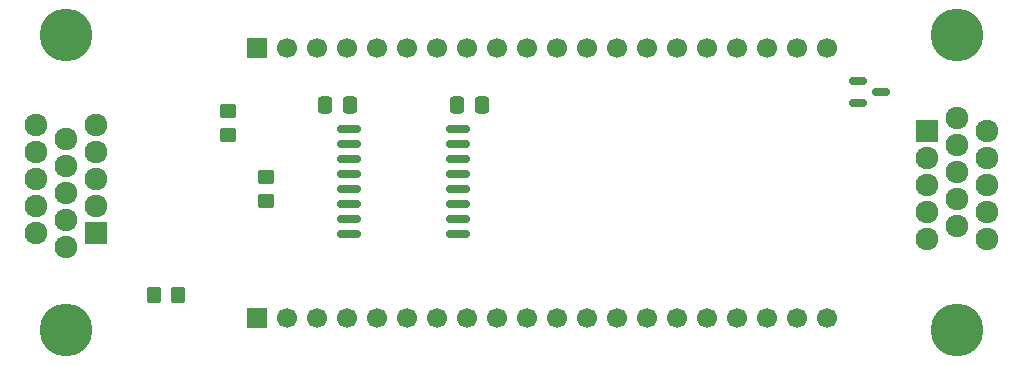
<source format=gts>
G04 #@! TF.GenerationSoftware,KiCad,Pcbnew,9.0.2-9.0.2-0~ubuntu22.04.1*
G04 #@! TF.CreationDate,2025-07-06T23:18:41+01:00*
G04 #@! TF.ProjectId,ggroohauga-bridge,6767726f-6f68-4617-9567-612d62726964,rev?*
G04 #@! TF.SameCoordinates,Original*
G04 #@! TF.FileFunction,Soldermask,Top*
G04 #@! TF.FilePolarity,Negative*
%FSLAX46Y46*%
G04 Gerber Fmt 4.6, Leading zero omitted, Abs format (unit mm)*
G04 Created by KiCad (PCBNEW 9.0.2-9.0.2-0~ubuntu22.04.1) date 2025-07-06 23:18:41*
%MOMM*%
%LPD*%
G01*
G04 APERTURE LIST*
G04 Aperture macros list*
%AMRoundRect*
0 Rectangle with rounded corners*
0 $1 Rounding radius*
0 $2 $3 $4 $5 $6 $7 $8 $9 X,Y pos of 4 corners*
0 Add a 4 corners polygon primitive as box body*
4,1,4,$2,$3,$4,$5,$6,$7,$8,$9,$2,$3,0*
0 Add four circle primitives for the rounded corners*
1,1,$1+$1,$2,$3*
1,1,$1+$1,$4,$5*
1,1,$1+$1,$6,$7*
1,1,$1+$1,$8,$9*
0 Add four rect primitives between the rounded corners*
20,1,$1+$1,$2,$3,$4,$5,0*
20,1,$1+$1,$4,$5,$6,$7,0*
20,1,$1+$1,$6,$7,$8,$9,0*
20,1,$1+$1,$8,$9,$2,$3,0*%
G04 Aperture macros list end*
%ADD10RoundRect,0.250000X0.350000X0.450000X-0.350000X0.450000X-0.350000X-0.450000X0.350000X-0.450000X0*%
%ADD11R,1.700000X1.700000*%
%ADD12C,1.700000*%
%ADD13RoundRect,0.150000X-0.587500X-0.150000X0.587500X-0.150000X0.587500X0.150000X-0.587500X0.150000X0*%
%ADD14RoundRect,0.150000X-0.875000X-0.150000X0.875000X-0.150000X0.875000X0.150000X-0.875000X0.150000X0*%
%ADD15RoundRect,0.250000X-0.337500X-0.475000X0.337500X-0.475000X0.337500X0.475000X-0.337500X0.475000X0*%
%ADD16RoundRect,0.250000X0.450000X-0.350000X0.450000X0.350000X-0.450000X0.350000X-0.450000X-0.350000X0*%
%ADD17RoundRect,0.250000X0.337500X0.475000X-0.337500X0.475000X-0.337500X-0.475000X0.337500X-0.475000X0*%
%ADD18C,4.470000*%
%ADD19RoundRect,0.102000X-0.862500X0.862500X-0.862500X-0.862500X0.862500X-0.862500X0.862500X0.862500X0*%
%ADD20C,1.929000*%
G04 APERTURE END LIST*
D10*
X74851600Y-75565000D03*
X72851600Y-75565000D03*
D11*
X81534000Y-54610000D03*
D12*
X84074000Y-54610000D03*
X86614000Y-54610000D03*
X89154000Y-54610000D03*
X91694000Y-54610000D03*
X94234000Y-54610000D03*
X96774000Y-54610000D03*
X99314000Y-54610000D03*
X101854000Y-54610000D03*
X104394000Y-54610000D03*
X106934000Y-54610000D03*
X109474000Y-54610000D03*
X112014000Y-54610000D03*
X114554000Y-54610000D03*
X117094000Y-54610000D03*
X119634000Y-54610000D03*
X122174000Y-54610000D03*
X124714000Y-54610000D03*
X127254000Y-54610000D03*
X129794000Y-54610000D03*
D13*
X132491000Y-57404000D03*
X132491000Y-59304000D03*
X134366000Y-58354000D03*
D14*
X89330000Y-61468000D03*
X89330000Y-62738000D03*
X89330000Y-64008000D03*
X89330000Y-65278000D03*
X89330000Y-66548000D03*
X89330000Y-67818000D03*
X89330000Y-69088000D03*
X89330000Y-70358000D03*
X98630000Y-70358000D03*
X98630000Y-69088000D03*
X98630000Y-67818000D03*
X98630000Y-66548000D03*
X98630000Y-65278000D03*
X98630000Y-64008000D03*
X98630000Y-62738000D03*
X98630000Y-61468000D03*
D11*
X81534000Y-77470000D03*
D12*
X84074000Y-77470000D03*
X86614000Y-77470000D03*
X89154000Y-77470000D03*
X91694000Y-77470000D03*
X94234000Y-77470000D03*
X96774000Y-77470000D03*
X99314000Y-77470000D03*
X101854000Y-77470000D03*
X104394000Y-77470000D03*
X106934000Y-77470000D03*
X109474000Y-77470000D03*
X112014000Y-77470000D03*
X114554000Y-77470000D03*
X117094000Y-77470000D03*
X119634000Y-77470000D03*
X122174000Y-77470000D03*
X124714000Y-77470000D03*
X127254000Y-77470000D03*
X129794000Y-77470000D03*
D15*
X98530500Y-59436000D03*
X100605500Y-59436000D03*
D16*
X82296000Y-67532000D03*
X82296000Y-65532000D03*
X79121000Y-61944000D03*
X79121000Y-59944000D03*
D17*
X89429500Y-59436000D03*
X87354500Y-59436000D03*
D18*
X65379600Y-53494200D03*
X65379600Y-78484200D03*
D19*
X67919600Y-70319200D03*
D20*
X67919600Y-68029200D03*
X67919600Y-65739200D03*
X67919600Y-63449200D03*
X67919600Y-61159200D03*
X65379600Y-71464200D03*
X65379600Y-69174200D03*
X65379600Y-66884200D03*
X65379600Y-64594200D03*
X65379600Y-62304200D03*
X62839600Y-70319200D03*
X62839600Y-68029200D03*
X62839600Y-65739200D03*
X62839600Y-63449200D03*
X62839600Y-61159200D03*
D18*
X140867200Y-53494200D03*
X140867200Y-78484200D03*
D19*
X138327200Y-61659200D03*
D20*
X138327200Y-63949200D03*
X138327200Y-66239200D03*
X138327200Y-68529200D03*
X138327200Y-70819200D03*
X140867200Y-60514200D03*
X140867200Y-62804200D03*
X140867200Y-65094200D03*
X140867200Y-67384200D03*
X140867200Y-69674200D03*
X143407200Y-61659200D03*
X143407200Y-63949200D03*
X143407200Y-66239200D03*
X143407200Y-68529200D03*
X143407200Y-70819200D03*
M02*

</source>
